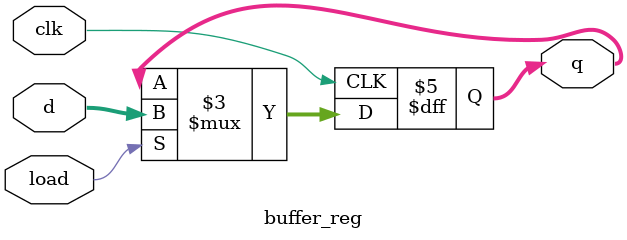
<source format=v>
module buffer_reg(
    input clk,
    input load,        
    input [7:0] d,     
    output reg [7:0] q 
);
    initial q = 8'h00;

    always @(posedge clk) begin
        if (load) q <= d;
    end
endmodule
</source>
